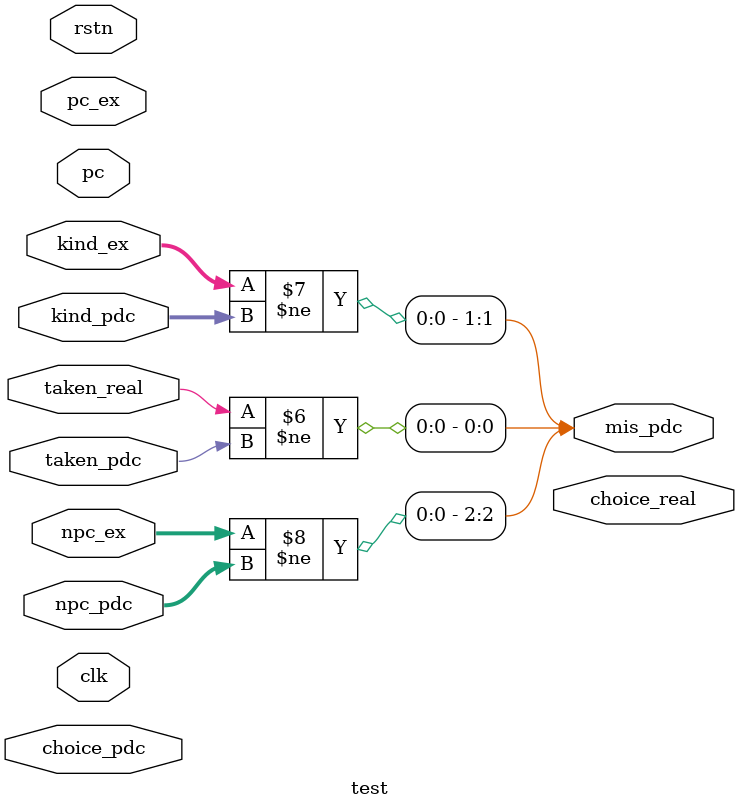
<source format=v>
module test#(
    parameter   k_width   = 14,
                h_width   = 14,
                stack_len = 16,
                queue_len = 16,
                ADDR_WIDTH= 30
)(
    input clk,
    input rstn,
    //来自ex段
    input [ADDR_WIDTH-1:0]pc_ex,
    input [ADDR_WIDTH-1:0]npc_ex,
    input [2:0]kind_ex,
    input taken_real,
    //需要处理的接线
    output [2:0]mis_pdc,         //2:npc 1:kind 0:taken
    output [1:0]choice_real,     //1:btb/ras  0:g/h
    //曾经的预测段
    input [ADDR_WIDTH-1:0]npc_pdc,
    input [2:0]kind_pdc,
    input taken_pdc,
    input [1:0]choice_pdc,     //1:btb/ras  0:g/h
    //曾经的当前地址
    input [ADDR_WIDTH-1:0]pc
);
    parameter NOT_JUMP = 3'd0,DIRECT_JUMP = 3'd1,CALL = 3'd2,RET = 3'd3,INDIRECT_JUMP = 3'd4,OTHER_JUMP = 3'd5;

    wire try_to_pdc=(kind_ex==DIRECT_JUMP||kind_ex==INDIRECT_JUMP||kind_ex==OTHER_JUMP);

    assign mis_pdc={(npc_ex!=npc_pdc),(kind_ex!=kind_pdc),(taken_real!=taken_pdc)};

    // assign choice_real={choice_real_btb_ras,choice_real_g_h};
endmodule

</source>
